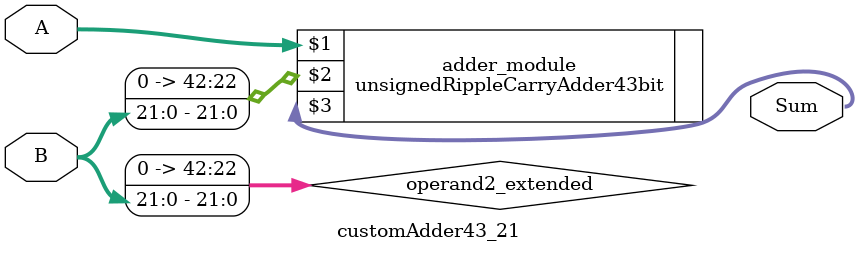
<source format=v>
module customAdder43_21(
                        input [42 : 0] A,
                        input [21 : 0] B,
                        
                        output [43 : 0] Sum
                );

        wire [42 : 0] operand2_extended;
        
        assign operand2_extended =  {21'b0, B};
        
        unsignedRippleCarryAdder43bit adder_module(
            A,
            operand2_extended,
            Sum
        );
        
        endmodule
        
</source>
